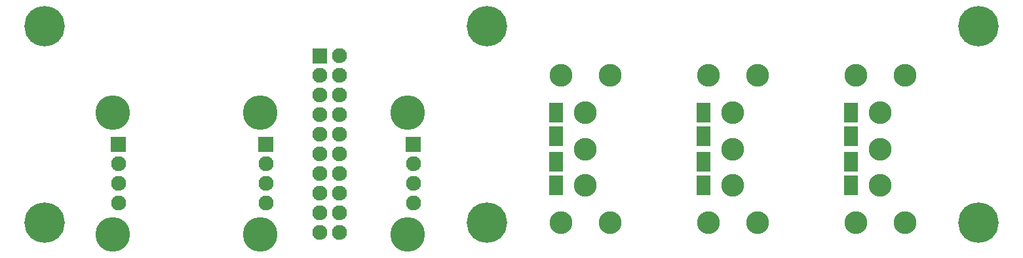
<source format=gbr>
G04 start of page 7 for group -4062 idx -4062 *
G04 Title: (unknown), soldermask *
G04 Creator: pcb 4.2.2 *
G04 CreationDate: Tue May 11 21:17:39 2021 UTC *
G04 For: thomasc *
G04 Format: Gerber/RS-274X *
G04 PCB-Dimensions (mil): 5250.00 1500.00 *
G04 PCB-Coordinate-Origin: lower left *
%MOIN*%
%FSLAX25Y25*%
%LNBOTTOMMASK*%
%ADD50C,0.2060*%
%ADD49C,0.1760*%
%ADD48C,0.0001*%
%ADD47C,0.1160*%
%ADD46C,0.0760*%
G54D46*X62500Y45000D03*
X137500D03*
G54D47*X450000Y44000D03*
X375000D03*
X300000D03*
X287500Y25000D03*
X300000Y62500D03*
Y81000D03*
G54D48*G36*
X58700Y68800D02*Y61200D01*
X66300D01*
Y68800D01*
X58700D01*
G37*
G54D49*X59500Y81000D03*
G54D50*X25000Y125000D03*
G54D46*X62500Y55000D03*
G54D48*G36*
X133700Y68800D02*Y61200D01*
X141300D01*
Y68800D01*
X133700D01*
G37*
G54D46*X137500Y55000D03*
G54D49*X134500Y81000D03*
G54D46*X62500Y35000D03*
X137500D03*
X175000Y110000D03*
G54D48*G36*
X161200Y113800D02*Y106200D01*
X168800D01*
Y113800D01*
X161200D01*
G37*
G54D46*X165000Y100000D03*
Y90000D03*
X175000Y100000D03*
Y90000D03*
G54D47*X462500Y100000D03*
X437500D03*
X450000Y62500D03*
Y81000D03*
X387500Y100000D03*
X362500D03*
X312500D03*
X287500D03*
X375000Y62500D03*
Y81000D03*
X462500Y25000D03*
X437500D03*
X387500D03*
X362500D03*
X312500D03*
G54D50*X500000Y125000D03*
Y25000D03*
G54D49*X59500Y19000D03*
X134500D03*
G54D46*X175000Y80000D03*
X165000D03*
X175000Y70000D03*
X165000D03*
X175000Y60000D03*
X165000D03*
Y20000D03*
G54D50*X25000Y25000D03*
G54D48*G36*
X208700Y68800D02*Y61200D01*
X216300D01*
Y68800D01*
X208700D01*
G37*
G54D46*X212500Y55000D03*
Y45000D03*
Y35000D03*
G54D49*X209500Y19000D03*
Y81000D03*
G54D46*X175000Y50000D03*
X165000D03*
X175000Y40000D03*
X165000D03*
X175000Y30000D03*
X165000D03*
X175000Y20000D03*
G54D50*X250000Y125000D03*
Y25000D03*
G54D48*G36*
X288500Y86000D02*X281500D01*
Y76000D01*
X288500D01*
Y86000D01*
G37*
G36*
X363500D02*X356500D01*
Y76000D01*
X363500D01*
Y86000D01*
G37*
G36*
X288500Y49000D02*X281500D01*
Y39000D01*
X288500D01*
Y49000D01*
G37*
G36*
X363500D02*X356500D01*
Y39000D01*
X363500D01*
Y49000D01*
G37*
G36*
X438500D02*X431500D01*
Y39000D01*
X438500D01*
Y49000D01*
G37*
G36*
X288500Y61000D02*X281500D01*
Y51000D01*
X288500D01*
Y61000D01*
G37*
G36*
X363500D02*X356500D01*
Y51000D01*
X363500D01*
Y61000D01*
G37*
G36*
X438500D02*X431500D01*
Y51000D01*
X438500D01*
Y61000D01*
G37*
G36*
X288500Y74000D02*X281500D01*
Y64000D01*
X288500D01*
Y74000D01*
G37*
G36*
X363500D02*X356500D01*
Y64000D01*
X363500D01*
Y74000D01*
G37*
G36*
X438500D02*X431500D01*
Y64000D01*
X438500D01*
Y74000D01*
G37*
G36*
Y86000D02*X431500D01*
Y76000D01*
X438500D01*
Y86000D01*
G37*
M02*

</source>
